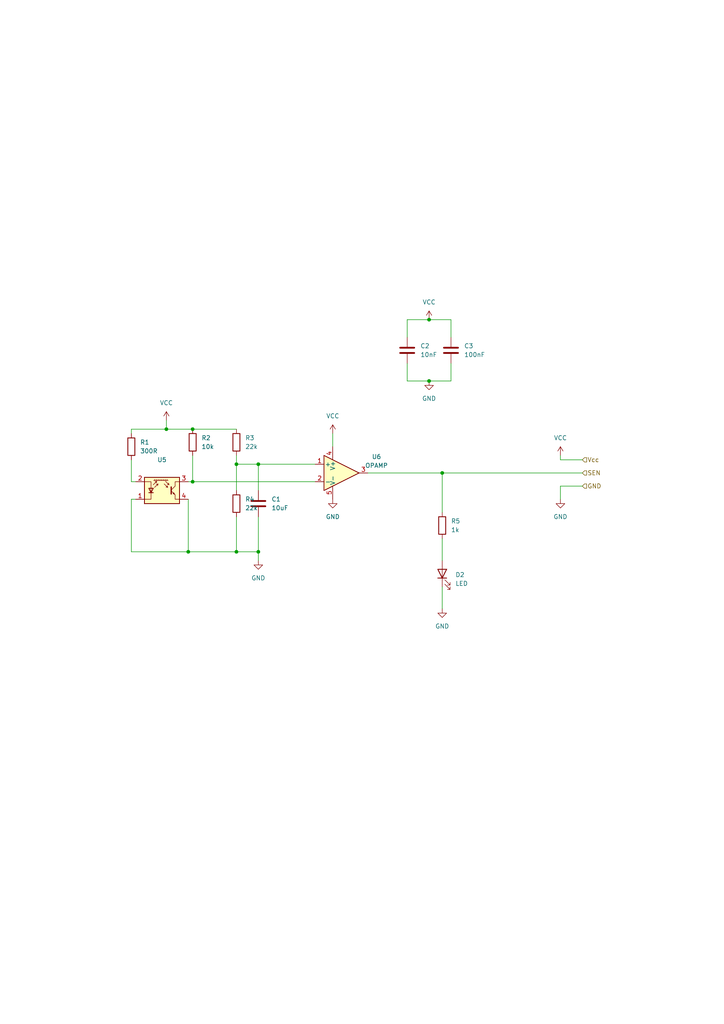
<source format=kicad_sch>
(kicad_sch (version 20211123) (generator eeschema)

  (uuid d6a2cedf-2fbb-499c-8447-57d72bb47491)

  (paper "A4" portrait)

  (title_block
    (title "Line Following Sensor")
    (date "2023-08-06")
    (rev "v1.0")
    (comment 1 "https://www.digikey.com/en/products/detail/dfrobot/SEN0017/6588488")
    (comment 2 "EEE3099F")
    (comment 3 "University of Cape Town")
    (comment 4 "Friso Vijverberg")
    (comment 5 "Obtained from:")
    (comment 6 "https://www.digikey.com/en/products/detail/dfrobot/SEN0017/6588488")
  )

  (lib_symbols
    (symbol "Device:C" (pin_numbers hide) (pin_names (offset 0.254)) (in_bom yes) (on_board yes)
      (property "Reference" "C" (id 0) (at 0.635 2.54 0)
        (effects (font (size 1.27 1.27)) (justify left))
      )
      (property "Value" "C" (id 1) (at 0.635 -2.54 0)
        (effects (font (size 1.27 1.27)) (justify left))
      )
      (property "Footprint" "" (id 2) (at 0.9652 -3.81 0)
        (effects (font (size 1.27 1.27)) hide)
      )
      (property "Datasheet" "~" (id 3) (at 0 0 0)
        (effects (font (size 1.27 1.27)) hide)
      )
      (property "ki_keywords" "cap capacitor" (id 4) (at 0 0 0)
        (effects (font (size 1.27 1.27)) hide)
      )
      (property "ki_description" "Unpolarized capacitor" (id 5) (at 0 0 0)
        (effects (font (size 1.27 1.27)) hide)
      )
      (property "ki_fp_filters" "C_*" (id 6) (at 0 0 0)
        (effects (font (size 1.27 1.27)) hide)
      )
      (symbol "C_0_1"
        (polyline
          (pts
            (xy -2.032 -0.762)
            (xy 2.032 -0.762)
          )
          (stroke (width 0.508) (type default) (color 0 0 0 0))
          (fill (type none))
        )
        (polyline
          (pts
            (xy -2.032 0.762)
            (xy 2.032 0.762)
          )
          (stroke (width 0.508) (type default) (color 0 0 0 0))
          (fill (type none))
        )
      )
      (symbol "C_1_1"
        (pin passive line (at 0 3.81 270) (length 2.794)
          (name "~" (effects (font (size 1.27 1.27))))
          (number "1" (effects (font (size 1.27 1.27))))
        )
        (pin passive line (at 0 -3.81 90) (length 2.794)
          (name "~" (effects (font (size 1.27 1.27))))
          (number "2" (effects (font (size 1.27 1.27))))
        )
      )
    )
    (symbol "Device:LED" (pin_numbers hide) (pin_names (offset 1.016) hide) (in_bom yes) (on_board yes)
      (property "Reference" "D" (id 0) (at 0 2.54 0)
        (effects (font (size 1.27 1.27)))
      )
      (property "Value" "LED" (id 1) (at 0 -2.54 0)
        (effects (font (size 1.27 1.27)))
      )
      (property "Footprint" "" (id 2) (at 0 0 0)
        (effects (font (size 1.27 1.27)) hide)
      )
      (property "Datasheet" "~" (id 3) (at 0 0 0)
        (effects (font (size 1.27 1.27)) hide)
      )
      (property "ki_keywords" "LED diode" (id 4) (at 0 0 0)
        (effects (font (size 1.27 1.27)) hide)
      )
      (property "ki_description" "Light emitting diode" (id 5) (at 0 0 0)
        (effects (font (size 1.27 1.27)) hide)
      )
      (property "ki_fp_filters" "LED* LED_SMD:* LED_THT:*" (id 6) (at 0 0 0)
        (effects (font (size 1.27 1.27)) hide)
      )
      (symbol "LED_0_1"
        (polyline
          (pts
            (xy -1.27 -1.27)
            (xy -1.27 1.27)
          )
          (stroke (width 0.254) (type default) (color 0 0 0 0))
          (fill (type none))
        )
        (polyline
          (pts
            (xy -1.27 0)
            (xy 1.27 0)
          )
          (stroke (width 0) (type default) (color 0 0 0 0))
          (fill (type none))
        )
        (polyline
          (pts
            (xy 1.27 -1.27)
            (xy 1.27 1.27)
            (xy -1.27 0)
            (xy 1.27 -1.27)
          )
          (stroke (width 0.254) (type default) (color 0 0 0 0))
          (fill (type none))
        )
        (polyline
          (pts
            (xy -3.048 -0.762)
            (xy -4.572 -2.286)
            (xy -3.81 -2.286)
            (xy -4.572 -2.286)
            (xy -4.572 -1.524)
          )
          (stroke (width 0) (type default) (color 0 0 0 0))
          (fill (type none))
        )
        (polyline
          (pts
            (xy -1.778 -0.762)
            (xy -3.302 -2.286)
            (xy -2.54 -2.286)
            (xy -3.302 -2.286)
            (xy -3.302 -1.524)
          )
          (stroke (width 0) (type default) (color 0 0 0 0))
          (fill (type none))
        )
      )
      (symbol "LED_1_1"
        (pin passive line (at -3.81 0 0) (length 2.54)
          (name "K" (effects (font (size 1.27 1.27))))
          (number "1" (effects (font (size 1.27 1.27))))
        )
        (pin passive line (at 3.81 0 180) (length 2.54)
          (name "A" (effects (font (size 1.27 1.27))))
          (number "2" (effects (font (size 1.27 1.27))))
        )
      )
    )
    (symbol "Device:R" (pin_numbers hide) (pin_names (offset 0)) (in_bom yes) (on_board yes)
      (property "Reference" "R" (id 0) (at 2.032 0 90)
        (effects (font (size 1.27 1.27)))
      )
      (property "Value" "R" (id 1) (at 0 0 90)
        (effects (font (size 1.27 1.27)))
      )
      (property "Footprint" "" (id 2) (at -1.778 0 90)
        (effects (font (size 1.27 1.27)) hide)
      )
      (property "Datasheet" "~" (id 3) (at 0 0 0)
        (effects (font (size 1.27 1.27)) hide)
      )
      (property "ki_keywords" "R res resistor" (id 4) (at 0 0 0)
        (effects (font (size 1.27 1.27)) hide)
      )
      (property "ki_description" "Resistor" (id 5) (at 0 0 0)
        (effects (font (size 1.27 1.27)) hide)
      )
      (property "ki_fp_filters" "R_*" (id 6) (at 0 0 0)
        (effects (font (size 1.27 1.27)) hide)
      )
      (symbol "R_0_1"
        (rectangle (start -1.016 -2.54) (end 1.016 2.54)
          (stroke (width 0.254) (type default) (color 0 0 0 0))
          (fill (type none))
        )
      )
      (symbol "R_1_1"
        (pin passive line (at 0 3.81 270) (length 1.27)
          (name "~" (effects (font (size 1.27 1.27))))
          (number "1" (effects (font (size 1.27 1.27))))
        )
        (pin passive line (at 0 -3.81 90) (length 1.27)
          (name "~" (effects (font (size 1.27 1.27))))
          (number "2" (effects (font (size 1.27 1.27))))
        )
      )
    )
    (symbol "Sensor_Proximity:ITR8307-S17-TR8" (pin_names (offset 0.0254) hide) (in_bom yes) (on_board yes)
      (property "Reference" "U" (id 0) (at -3.81 5.08 0)
        (effects (font (size 1.27 1.27)))
      )
      (property "Value" "ITR8307-S17-TR8" (id 1) (at 15.24 5.08 0)
        (effects (font (size 1.27 1.27)) (justify right))
      )
      (property "Footprint" "OptoDevice:Everlight_ITR1201SR10AR" (id 2) (at 0 -5.08 0)
        (effects (font (size 1.27 1.27)) hide)
      )
      (property "Datasheet" "https://datasheet.lcsc.com/szlcsc/1810010232_Everlight-Elec-ITR8307-S17-TR8-B_C81632.pdf" (id 3) (at 0 2.54 0)
        (effects (font (size 1.27 1.27)) hide)
      )
      (property "ki_keywords" "Reflective Optical Sensor Opto reflex coupler" (id 4) (at 0 0 0)
        (effects (font (size 1.27 1.27)) hide)
      )
      (property "ki_description" "Miniature Reflective Optical Object Sensor, SMD-4" (id 5) (at 0 0 0)
        (effects (font (size 1.27 1.27)) hide)
      )
      (property "ki_fp_filters" "Everlight*ITR1201SR10AR*" (id 6) (at 0 0 0)
        (effects (font (size 1.27 1.27)) hide)
      )
      (symbol "ITR8307-S17-TR8_0_1"
        (polyline
          (pts
            (xy -3.81 -0.635)
            (xy -2.54 -0.635)
          )
          (stroke (width 0.254) (type default) (color 0 0 0 0))
          (fill (type none))
        )
        (polyline
          (pts
            (xy -2.286 2.921)
            (xy -2.032 3.175)
          )
          (stroke (width 0) (type default) (color 0 0 0 0))
          (fill (type none))
        )
        (polyline
          (pts
            (xy -1.778 2.921)
            (xy -1.524 3.175)
          )
          (stroke (width 0) (type default) (color 0 0 0 0))
          (fill (type none))
        )
        (polyline
          (pts
            (xy -1.524 2.667)
            (xy -1.651 2.159)
          )
          (stroke (width 0) (type default) (color 0 0 0 0))
          (fill (type none))
        )
        (polyline
          (pts
            (xy -1.27 2.921)
            (xy -1.016 3.175)
          )
          (stroke (width 0) (type default) (color 0 0 0 0))
          (fill (type none))
        )
        (polyline
          (pts
            (xy -1.143 1.905)
            (xy -1.27 1.397)
          )
          (stroke (width 0) (type default) (color 0 0 0 0))
          (fill (type none))
        )
        (polyline
          (pts
            (xy -0.762 2.921)
            (xy -0.508 3.175)
          )
          (stroke (width 0) (type default) (color 0 0 0 0))
          (fill (type none))
        )
        (polyline
          (pts
            (xy -0.254 2.921)
            (xy 0 3.175)
          )
          (stroke (width 0) (type default) (color 0 0 0 0))
          (fill (type none))
        )
        (polyline
          (pts
            (xy 0.254 2.921)
            (xy 0.508 3.175)
          )
          (stroke (width 0) (type default) (color 0 0 0 0))
          (fill (type none))
        )
        (polyline
          (pts
            (xy 0.762 2.921)
            (xy 1.016 3.175)
          )
          (stroke (width 0) (type default) (color 0 0 0 0))
          (fill (type none))
        )
        (polyline
          (pts
            (xy 1.27 2.921)
            (xy 1.524 3.175)
          )
          (stroke (width 0) (type default) (color 0 0 0 0))
          (fill (type none))
        )
        (polyline
          (pts
            (xy 1.651 0.889)
            (xy 1.143 1.016)
          )
          (stroke (width 0) (type default) (color 0 0 0 0))
          (fill (type none))
        )
        (polyline
          (pts
            (xy 1.778 2.921)
            (xy -2.413 2.921)
          )
          (stroke (width 0) (type default) (color 0 0 0 0))
          (fill (type none))
        )
        (polyline
          (pts
            (xy 2.032 1.651)
            (xy 1.524 1.778)
          )
          (stroke (width 0) (type default) (color 0 0 0 0))
          (fill (type none))
        )
        (polyline
          (pts
            (xy 2.667 -0.127)
            (xy 3.81 -1.27)
          )
          (stroke (width 0) (type default) (color 0 0 0 0))
          (fill (type none))
        )
        (polyline
          (pts
            (xy 2.667 0.127)
            (xy 3.81 1.27)
          )
          (stroke (width 0) (type default) (color 0 0 0 0))
          (fill (type none))
        )
        (polyline
          (pts
            (xy -2.54 1.651)
            (xy -1.524 2.667)
            (xy -2.032 2.54)
          )
          (stroke (width 0) (type default) (color 0 0 0 0))
          (fill (type none))
        )
        (polyline
          (pts
            (xy -2.159 0.889)
            (xy -1.143 1.905)
            (xy -1.651 1.778)
          )
          (stroke (width 0) (type default) (color 0 0 0 0))
          (fill (type none))
        )
        (polyline
          (pts
            (xy 0.635 1.905)
            (xy 1.651 0.889)
            (xy 1.524 1.397)
          )
          (stroke (width 0) (type default) (color 0 0 0 0))
          (fill (type none))
        )
        (polyline
          (pts
            (xy 1.016 2.667)
            (xy 2.032 1.651)
            (xy 1.905 2.159)
          )
          (stroke (width 0) (type default) (color 0 0 0 0))
          (fill (type none))
        )
        (polyline
          (pts
            (xy 2.667 1.016)
            (xy 2.667 -1.016)
            (xy 2.667 -1.016)
          )
          (stroke (width 0.3556) (type default) (color 0 0 0 0))
          (fill (type none))
        )
        (polyline
          (pts
            (xy 3.81 -1.27)
            (xy 3.81 -2.54)
            (xy 5.08 -2.54)
          )
          (stroke (width 0) (type default) (color 0 0 0 0))
          (fill (type none))
        )
        (polyline
          (pts
            (xy 3.81 1.27)
            (xy 3.81 2.54)
            (xy 5.08 2.54)
          )
          (stroke (width 0) (type default) (color 0 0 0 0))
          (fill (type none))
        )
        (polyline
          (pts
            (xy -5.08 -2.54)
            (xy -3.175 -2.54)
            (xy -3.175 2.54)
            (xy -5.08 2.54)
          )
          (stroke (width 0) (type default) (color 0 0 0 0))
          (fill (type none))
        )
        (polyline
          (pts
            (xy -3.175 -0.635)
            (xy -3.81 0.635)
            (xy -2.54 0.635)
            (xy -3.175 -0.635)
          )
          (stroke (width 0.254) (type default) (color 0 0 0 0))
          (fill (type none))
        )
        (polyline
          (pts
            (xy 3.683 -1.143)
            (xy 3.429 -0.635)
            (xy 3.175 -0.889)
            (xy 3.683 -1.143)
          )
          (stroke (width 0) (type default) (color 0 0 0 0))
          (fill (type none))
        )
        (polyline
          (pts
            (xy -5.08 -3.81)
            (xy 5.08 -3.81)
            (xy 5.08 3.81)
            (xy -5.08 3.81)
            (xy -5.08 -3.81)
          )
          (stroke (width 0.254) (type default) (color 0 0 0 0))
          (fill (type background))
        )
      )
      (symbol "ITR8307-S17-TR8_1_1"
        (pin passive line (at -7.62 -2.54 0) (length 2.54)
          (name "K" (effects (font (size 1.27 1.27))))
          (number "1" (effects (font (size 1.27 1.27))))
        )
        (pin passive line (at -7.62 2.54 0) (length 2.54)
          (name "A" (effects (font (size 1.27 1.27))))
          (number "2" (effects (font (size 1.27 1.27))))
        )
        (pin open_collector line (at 7.62 2.54 180) (length 2.54)
          (name "~" (effects (font (size 1.27 1.27))))
          (number "3" (effects (font (size 1.27 1.27))))
        )
        (pin open_emitter line (at 7.62 -2.54 180) (length 2.54)
          (name "~" (effects (font (size 1.27 1.27))))
          (number "4" (effects (font (size 1.27 1.27))))
        )
      )
    )
    (symbol "power:GND" (power) (pin_names (offset 0)) (in_bom yes) (on_board yes)
      (property "Reference" "#PWR" (id 0) (at 0 -6.35 0)
        (effects (font (size 1.27 1.27)) hide)
      )
      (property "Value" "GND" (id 1) (at 0 -3.81 0)
        (effects (font (size 1.27 1.27)))
      )
      (property "Footprint" "" (id 2) (at 0 0 0)
        (effects (font (size 1.27 1.27)) hide)
      )
      (property "Datasheet" "" (id 3) (at 0 0 0)
        (effects (font (size 1.27 1.27)) hide)
      )
      (property "ki_keywords" "power-flag" (id 4) (at 0 0 0)
        (effects (font (size 1.27 1.27)) hide)
      )
      (property "ki_description" "Power symbol creates a global label with name \"GND\" , ground" (id 5) (at 0 0 0)
        (effects (font (size 1.27 1.27)) hide)
      )
      (symbol "GND_0_1"
        (polyline
          (pts
            (xy 0 0)
            (xy 0 -1.27)
            (xy 1.27 -1.27)
            (xy 0 -2.54)
            (xy -1.27 -1.27)
            (xy 0 -1.27)
          )
          (stroke (width 0) (type default) (color 0 0 0 0))
          (fill (type none))
        )
      )
      (symbol "GND_1_1"
        (pin power_in line (at 0 0 270) (length 0) hide
          (name "GND" (effects (font (size 1.27 1.27))))
          (number "1" (effects (font (size 1.27 1.27))))
        )
      )
    )
    (symbol "power:VCC" (power) (pin_names (offset 0)) (in_bom yes) (on_board yes)
      (property "Reference" "#PWR" (id 0) (at 0 -3.81 0)
        (effects (font (size 1.27 1.27)) hide)
      )
      (property "Value" "VCC" (id 1) (at 0 3.81 0)
        (effects (font (size 1.27 1.27)))
      )
      (property "Footprint" "" (id 2) (at 0 0 0)
        (effects (font (size 1.27 1.27)) hide)
      )
      (property "Datasheet" "" (id 3) (at 0 0 0)
        (effects (font (size 1.27 1.27)) hide)
      )
      (property "ki_keywords" "power-flag" (id 4) (at 0 0 0)
        (effects (font (size 1.27 1.27)) hide)
      )
      (property "ki_description" "Power symbol creates a global label with name \"VCC\"" (id 5) (at 0 0 0)
        (effects (font (size 1.27 1.27)) hide)
      )
      (symbol "VCC_0_1"
        (polyline
          (pts
            (xy -0.762 1.27)
            (xy 0 2.54)
          )
          (stroke (width 0) (type default) (color 0 0 0 0))
          (fill (type none))
        )
        (polyline
          (pts
            (xy 0 0)
            (xy 0 2.54)
          )
          (stroke (width 0) (type default) (color 0 0 0 0))
          (fill (type none))
        )
        (polyline
          (pts
            (xy 0 2.54)
            (xy 0.762 1.27)
          )
          (stroke (width 0) (type default) (color 0 0 0 0))
          (fill (type none))
        )
      )
      (symbol "VCC_1_1"
        (pin power_in line (at 0 0 90) (length 0) hide
          (name "VCC" (effects (font (size 1.27 1.27))))
          (number "1" (effects (font (size 1.27 1.27))))
        )
      )
    )
    (symbol "pspice:OPAMP" (pin_names (offset 0.254)) (in_bom yes) (on_board yes)
      (property "Reference" "U" (id 0) (at 3.81 3.175 0)
        (effects (font (size 1.27 1.27)) (justify left))
      )
      (property "Value" "OPAMP" (id 1) (at 3.81 -3.175 0)
        (effects (font (size 1.27 1.27)) (justify left))
      )
      (property "Footprint" "" (id 2) (at 0 0 0)
        (effects (font (size 1.27 1.27)) hide)
      )
      (property "Datasheet" "~" (id 3) (at 0 0 0)
        (effects (font (size 1.27 1.27)) hide)
      )
      (property "ki_keywords" "simulation" (id 4) (at 0 0 0)
        (effects (font (size 1.27 1.27)) hide)
      )
      (property "ki_description" "OPAmp symbol for simulation only" (id 5) (at 0 0 0)
        (effects (font (size 1.27 1.27)) hide)
      )
      (symbol "OPAMP_0_1"
        (polyline
          (pts
            (xy 5.08 0)
            (xy -5.08 5.08)
            (xy -5.08 -5.08)
            (xy 5.08 0)
          )
          (stroke (width 0.254) (type default) (color 0 0 0 0))
          (fill (type background))
        )
      )
      (symbol "OPAMP_1_1"
        (pin input line (at -7.62 2.54 0) (length 2.54)
          (name "+" (effects (font (size 1.27 1.27))))
          (number "1" (effects (font (size 1.27 1.27))))
        )
        (pin input line (at -7.62 -2.54 0) (length 2.54)
          (name "-" (effects (font (size 1.27 1.27))))
          (number "2" (effects (font (size 1.27 1.27))))
        )
        (pin output line (at 7.62 0 180) (length 2.54)
          (name "~" (effects (font (size 1.27 1.27))))
          (number "3" (effects (font (size 1.27 1.27))))
        )
        (pin power_in line (at -2.54 7.62 270) (length 3.81)
          (name "V+" (effects (font (size 1.27 1.27))))
          (number "4" (effects (font (size 1.27 1.27))))
        )
        (pin power_in line (at -2.54 -7.62 90) (length 3.81)
          (name "V-" (effects (font (size 1.27 1.27))))
          (number "5" (effects (font (size 1.27 1.27))))
        )
      )
    )
  )

  (junction (at 128.27 137.16) (diameter 0) (color 0 0 0 0)
    (uuid 3048860f-f26a-43c0-bdbb-1e54922b8668)
  )
  (junction (at 68.58 160.02) (diameter 0) (color 0 0 0 0)
    (uuid 3b15811a-e704-4865-8875-385548e9cce8)
  )
  (junction (at 68.58 134.62) (diameter 0) (color 0 0 0 0)
    (uuid 6926c4c6-8a35-4372-aabc-0843975e5fba)
  )
  (junction (at 74.93 160.02) (diameter 0) (color 0 0 0 0)
    (uuid 7d36fd60-47a0-4b8a-8469-dd062a826f9e)
  )
  (junction (at 54.61 160.02) (diameter 0) (color 0 0 0 0)
    (uuid a6171399-b821-4474-b372-83d8540d5f29)
  )
  (junction (at 74.93 134.62) (diameter 0) (color 0 0 0 0)
    (uuid befdb20e-f05e-4f9f-990e-ee430de1d372)
  )
  (junction (at 124.46 110.49) (diameter 0) (color 0 0 0 0)
    (uuid c441a42b-2550-4da0-8910-3b7a5b7eea16)
  )
  (junction (at 48.26 124.46) (diameter 0) (color 0 0 0 0)
    (uuid e7828afd-b26a-48de-84ee-ca339f39c395)
  )
  (junction (at 55.88 139.7) (diameter 0) (color 0 0 0 0)
    (uuid ecff78de-bfd0-4bd2-ae08-13eb43e811f7)
  )
  (junction (at 124.46 92.71) (diameter 0) (color 0 0 0 0)
    (uuid f00108a8-c178-4dd1-a3b7-d67a1d7c0cb5)
  )
  (junction (at 55.88 124.46) (diameter 0) (color 0 0 0 0)
    (uuid ff05213d-360b-4962-8e55-a7bb4efcf762)
  )

  (wire (pts (xy 68.58 132.08) (xy 68.58 134.62))
    (stroke (width 0) (type default) (color 0 0 0 0))
    (uuid 0f1b2225-4676-4b4b-af82-000300da98f6)
  )
  (wire (pts (xy 128.27 137.16) (xy 168.91 137.16))
    (stroke (width 0) (type default) (color 0 0 0 0))
    (uuid 0f9b287f-40f4-4146-8d78-27a725edd2cf)
  )
  (wire (pts (xy 130.81 105.41) (xy 130.81 110.49))
    (stroke (width 0) (type default) (color 0 0 0 0))
    (uuid 20d2a2f4-4ba9-4bc8-839f-66259d62c12a)
  )
  (wire (pts (xy 55.88 139.7) (xy 91.44 139.7))
    (stroke (width 0) (type default) (color 0 0 0 0))
    (uuid 24024d52-1ad7-4209-8cf6-67a606df6db8)
  )
  (wire (pts (xy 68.58 134.62) (xy 68.58 142.24))
    (stroke (width 0) (type default) (color 0 0 0 0))
    (uuid 285b2eab-b3a8-4b94-a40e-a97b1d06c0a0)
  )
  (wire (pts (xy 68.58 160.02) (xy 74.93 160.02))
    (stroke (width 0) (type default) (color 0 0 0 0))
    (uuid 2927cc80-c42d-4c05-9034-725801a4a728)
  )
  (wire (pts (xy 74.93 149.86) (xy 74.93 160.02))
    (stroke (width 0) (type default) (color 0 0 0 0))
    (uuid 2c81ce53-b1e1-444a-8d5a-d5e921215680)
  )
  (wire (pts (xy 38.1 144.78) (xy 38.1 160.02))
    (stroke (width 0) (type default) (color 0 0 0 0))
    (uuid 3fca662d-6cea-454a-a80d-998baff6c132)
  )
  (wire (pts (xy 54.61 160.02) (xy 68.58 160.02))
    (stroke (width 0) (type default) (color 0 0 0 0))
    (uuid 4207d570-f921-41df-8b54-0909c84a68ab)
  )
  (wire (pts (xy 38.1 160.02) (xy 54.61 160.02))
    (stroke (width 0) (type default) (color 0 0 0 0))
    (uuid 46769cd7-4de2-43cf-9a26-961d67623ed9)
  )
  (wire (pts (xy 128.27 137.16) (xy 106.68 137.16))
    (stroke (width 0) (type default) (color 0 0 0 0))
    (uuid 46ff9973-596f-4e91-b940-7d30911e0b42)
  )
  (wire (pts (xy 162.56 132.08) (xy 162.56 133.35))
    (stroke (width 0) (type default) (color 0 0 0 0))
    (uuid 4e4a09d5-b10f-4fcc-b035-a1288af5d0e3)
  )
  (wire (pts (xy 54.61 144.78) (xy 54.61 160.02))
    (stroke (width 0) (type default) (color 0 0 0 0))
    (uuid 5addc516-2488-4ad0-a1e8-6fd3a1dd3d26)
  )
  (wire (pts (xy 130.81 92.71) (xy 124.46 92.71))
    (stroke (width 0) (type default) (color 0 0 0 0))
    (uuid 6460f444-cba4-4b78-827d-a46f4e1a0425)
  )
  (wire (pts (xy 96.52 125.73) (xy 96.52 129.54))
    (stroke (width 0) (type default) (color 0 0 0 0))
    (uuid 65cfa3bf-4f20-4966-8216-5b4ff1884e16)
  )
  (wire (pts (xy 74.93 134.62) (xy 74.93 142.24))
    (stroke (width 0) (type default) (color 0 0 0 0))
    (uuid 6fcac524-ef2c-4d16-b076-1d2ff913df15)
  )
  (wire (pts (xy 118.11 110.49) (xy 124.46 110.49))
    (stroke (width 0) (type default) (color 0 0 0 0))
    (uuid 83509d05-682c-4309-b8f6-471a146e31bb)
  )
  (wire (pts (xy 74.93 134.62) (xy 91.44 134.62))
    (stroke (width 0) (type default) (color 0 0 0 0))
    (uuid 89ac045e-b5c4-4626-8976-f50fe59c6aec)
  )
  (wire (pts (xy 162.56 140.97) (xy 168.91 140.97))
    (stroke (width 0) (type default) (color 0 0 0 0))
    (uuid 89acc3a6-917d-4592-9ecf-0e6b083db305)
  )
  (wire (pts (xy 130.81 110.49) (xy 124.46 110.49))
    (stroke (width 0) (type default) (color 0 0 0 0))
    (uuid 948719fe-142f-412c-8e6f-f61c6262d4ab)
  )
  (wire (pts (xy 128.27 156.21) (xy 128.27 162.56))
    (stroke (width 0) (type default) (color 0 0 0 0))
    (uuid 998a4058-9afd-4c1e-90f0-c666d80e0e8a)
  )
  (wire (pts (xy 130.81 97.79) (xy 130.81 92.71))
    (stroke (width 0) (type default) (color 0 0 0 0))
    (uuid 9a55aef0-549c-4e22-be88-61bd452cbc09)
  )
  (wire (pts (xy 39.37 144.78) (xy 38.1 144.78))
    (stroke (width 0) (type default) (color 0 0 0 0))
    (uuid a690230d-0b8e-4f08-9a38-d322fa1d055a)
  )
  (wire (pts (xy 55.88 132.08) (xy 55.88 139.7))
    (stroke (width 0) (type default) (color 0 0 0 0))
    (uuid a84e6812-b4a3-4753-a4f4-6655d2a537c3)
  )
  (wire (pts (xy 55.88 124.46) (xy 68.58 124.46))
    (stroke (width 0) (type default) (color 0 0 0 0))
    (uuid ad0d5f7f-3969-4f99-8b02-beb60cee2989)
  )
  (wire (pts (xy 48.26 121.92) (xy 48.26 124.46))
    (stroke (width 0) (type default) (color 0 0 0 0))
    (uuid ae717a8e-c3f0-4520-985f-b44b44716f78)
  )
  (wire (pts (xy 38.1 124.46) (xy 48.26 124.46))
    (stroke (width 0) (type default) (color 0 0 0 0))
    (uuid b7fd568a-c261-468a-a85d-70fc075ca214)
  )
  (wire (pts (xy 118.11 92.71) (xy 124.46 92.71))
    (stroke (width 0) (type default) (color 0 0 0 0))
    (uuid b8acbf37-40e2-438a-bf1e-22cc74aee5ef)
  )
  (wire (pts (xy 128.27 170.18) (xy 128.27 176.53))
    (stroke (width 0) (type default) (color 0 0 0 0))
    (uuid b960779a-5c7a-40be-8040-569e5d5df6e7)
  )
  (wire (pts (xy 68.58 149.86) (xy 68.58 160.02))
    (stroke (width 0) (type default) (color 0 0 0 0))
    (uuid c19cf640-48f5-4d4b-8ac3-16669eef56bf)
  )
  (wire (pts (xy 38.1 125.73) (xy 38.1 124.46))
    (stroke (width 0) (type default) (color 0 0 0 0))
    (uuid c95ec07f-f52a-40f9-a364-131d36141d31)
  )
  (wire (pts (xy 48.26 124.46) (xy 55.88 124.46))
    (stroke (width 0) (type default) (color 0 0 0 0))
    (uuid d0be74aa-12fb-4af0-8493-3e42ab42a22f)
  )
  (wire (pts (xy 162.56 133.35) (xy 168.91 133.35))
    (stroke (width 0) (type default) (color 0 0 0 0))
    (uuid d53d6525-ab65-4ff6-8495-9f0f0c9a54c7)
  )
  (wire (pts (xy 128.27 148.59) (xy 128.27 137.16))
    (stroke (width 0) (type default) (color 0 0 0 0))
    (uuid d9731b17-fe3a-4327-b35a-25547bc9bf83)
  )
  (wire (pts (xy 38.1 139.7) (xy 39.37 139.7))
    (stroke (width 0) (type default) (color 0 0 0 0))
    (uuid dad14454-c359-4fdb-99e9-5ef75d9e991f)
  )
  (wire (pts (xy 162.56 144.78) (xy 162.56 140.97))
    (stroke (width 0) (type default) (color 0 0 0 0))
    (uuid e0276136-571c-4bd1-a863-bf0c29651534)
  )
  (wire (pts (xy 118.11 97.79) (xy 118.11 92.71))
    (stroke (width 0) (type default) (color 0 0 0 0))
    (uuid e3938cba-9f87-4502-a523-6e55426cd7d8)
  )
  (wire (pts (xy 68.58 134.62) (xy 74.93 134.62))
    (stroke (width 0) (type default) (color 0 0 0 0))
    (uuid e5c4030d-52dc-4ee5-8110-487885c84a77)
  )
  (wire (pts (xy 74.93 160.02) (xy 74.93 162.56))
    (stroke (width 0) (type default) (color 0 0 0 0))
    (uuid effb0a53-a82f-46d7-888c-58b4f3ab5921)
  )
  (wire (pts (xy 38.1 133.35) (xy 38.1 139.7))
    (stroke (width 0) (type default) (color 0 0 0 0))
    (uuid f1335021-dabd-4ebe-ba54-1d44f9d77a66)
  )
  (wire (pts (xy 118.11 105.41) (xy 118.11 110.49))
    (stroke (width 0) (type default) (color 0 0 0 0))
    (uuid f77adc26-9b39-4bd1-adea-55ae70999f70)
  )
  (wire (pts (xy 55.88 139.7) (xy 54.61 139.7))
    (stroke (width 0) (type default) (color 0 0 0 0))
    (uuid f8741a3b-d536-462e-88bf-229b13b29950)
  )

  (hierarchical_label "GND" (shape input) (at 168.91 140.97 0)
    (effects (font (size 1.27 1.27)) (justify left))
    (uuid 6b83d49f-722e-4462-88e2-ab6f75cfb29d)
  )
  (hierarchical_label "SEN" (shape input) (at 168.91 137.16 0)
    (effects (font (size 1.27 1.27)) (justify left))
    (uuid b1c89d75-5568-4c66-afa5-c2cc77503d97)
  )
  (hierarchical_label "Vcc" (shape input) (at 168.91 133.35 0)
    (effects (font (size 1.27 1.27)) (justify left))
    (uuid bc910fca-46e1-4dff-9f1d-fb275c154cb9)
  )

  (symbol (lib_id "power:GND") (at 124.46 110.49 0) (unit 1)
    (in_bom yes) (on_board yes) (fields_autoplaced)
    (uuid 142a3211-7100-40bf-a3ca-5fb02a2b6dfc)
    (property "Reference" "#PWR012" (id 0) (at 124.46 116.84 0)
      (effects (font (size 1.27 1.27)) hide)
    )
    (property "Value" "GND" (id 1) (at 124.46 115.57 0))
    (property "Footprint" "" (id 2) (at 124.46 110.49 0)
      (effects (font (size 1.27 1.27)) hide)
    )
    (property "Datasheet" "" (id 3) (at 124.46 110.49 0)
      (effects (font (size 1.27 1.27)) hide)
    )
    (pin "1" (uuid 4cc772b0-0202-472e-8a74-92e052cb4a87))
  )

  (symbol (lib_id "Sensor_Proximity:ITR8307-S17-TR8") (at 46.99 142.24 0) (unit 1)
    (in_bom yes) (on_board yes) (fields_autoplaced)
    (uuid 15f02098-6314-4b05-87f6-809030e4b746)
    (property "Reference" "U5" (id 0) (at 46.99 133.35 0))
    (property "Value" "ITR8307-S17-TR8" (id 1) (at 46.99 135.89 0)
      (effects (font (size 1.27 1.27)) hide)
    )
    (property "Footprint" "OptoDevice:Everlight_ITR1201SR10AR" (id 2) (at 46.99 147.32 0)
      (effects (font (size 1.27 1.27)) hide)
    )
    (property "Datasheet" "https://datasheet.lcsc.com/szlcsc/1810010232_Everlight-Elec-ITR8307-S17-TR8-B_C81632.pdf" (id 3) (at 46.99 139.7 0)
      (effects (font (size 1.27 1.27)) hide)
    )
    (pin "1" (uuid 0cb84390-571e-4d92-a103-11942888310d))
    (pin "2" (uuid 532ac912-cf1c-4de0-86ae-7882a48ad4ce))
    (pin "3" (uuid 9641efd4-e7f6-45f5-adcc-cc270de47d86))
    (pin "4" (uuid 432059eb-5988-4b50-8ece-84aed0e5e48b))
  )

  (symbol (lib_id "power:VCC") (at 96.52 125.73 0) (unit 1)
    (in_bom yes) (on_board yes) (fields_autoplaced)
    (uuid 31eadc3d-f43d-468a-ac8a-2d26f19a56ef)
    (property "Reference" "#PWR09" (id 0) (at 96.52 129.54 0)
      (effects (font (size 1.27 1.27)) hide)
    )
    (property "Value" "VCC" (id 1) (at 96.52 120.65 0))
    (property "Footprint" "" (id 2) (at 96.52 125.73 0)
      (effects (font (size 1.27 1.27)) hide)
    )
    (property "Datasheet" "" (id 3) (at 96.52 125.73 0)
      (effects (font (size 1.27 1.27)) hide)
    )
    (pin "1" (uuid 917de042-cab2-4c30-8900-c4bb99efbfd4))
  )

  (symbol (lib_id "power:GND") (at 74.93 162.56 0) (unit 1)
    (in_bom yes) (on_board yes) (fields_autoplaced)
    (uuid 3794a71a-ae8f-40ad-9792-43bb8725e878)
    (property "Reference" "#PWR08" (id 0) (at 74.93 168.91 0)
      (effects (font (size 1.27 1.27)) hide)
    )
    (property "Value" "GND" (id 1) (at 74.93 167.64 0))
    (property "Footprint" "" (id 2) (at 74.93 162.56 0)
      (effects (font (size 1.27 1.27)) hide)
    )
    (property "Datasheet" "" (id 3) (at 74.93 162.56 0)
      (effects (font (size 1.27 1.27)) hide)
    )
    (pin "1" (uuid 946bba7c-655d-46cf-8de9-5268bd23038e))
  )

  (symbol (lib_id "power:VCC") (at 162.56 132.08 0) (unit 1)
    (in_bom yes) (on_board yes) (fields_autoplaced)
    (uuid 391c6d1c-4e0a-4735-a936-44ecd10a68de)
    (property "Reference" "#PWR014" (id 0) (at 162.56 135.89 0)
      (effects (font (size 1.27 1.27)) hide)
    )
    (property "Value" "VCC" (id 1) (at 162.56 127 0))
    (property "Footprint" "" (id 2) (at 162.56 132.08 0)
      (effects (font (size 1.27 1.27)) hide)
    )
    (property "Datasheet" "" (id 3) (at 162.56 132.08 0)
      (effects (font (size 1.27 1.27)) hide)
    )
    (pin "1" (uuid f403eaf3-9298-4174-88d9-786764d1f7a8))
  )

  (symbol (lib_id "pspice:OPAMP") (at 99.06 137.16 0) (unit 1)
    (in_bom yes) (on_board yes) (fields_autoplaced)
    (uuid 3cef55cd-800a-4525-bfb7-1c283e0c97c4)
    (property "Reference" "U6" (id 0) (at 109.22 132.461 0))
    (property "Value" "OPAMP" (id 1) (at 109.22 135.001 0))
    (property "Footprint" "" (id 2) (at 99.06 137.16 0)
      (effects (font (size 1.27 1.27)) hide)
    )
    (property "Datasheet" "~" (id 3) (at 99.06 137.16 0)
      (effects (font (size 1.27 1.27)) hide)
    )
    (pin "1" (uuid dc838ea0-d28d-44a8-8fa5-71cd4fc06305))
    (pin "2" (uuid b127477b-1937-4b9f-a387-07b9487098ab))
    (pin "3" (uuid b4e936d2-d2b5-4d84-9a0f-6660776f4ca8))
    (pin "4" (uuid ff92c563-a4ad-415d-acb8-d8fb4d742a13))
    (pin "5" (uuid 86131483-aa86-46d2-ae0e-ba5a4c8b490a))
  )

  (symbol (lib_id "power:VCC") (at 48.26 121.92 0) (unit 1)
    (in_bom yes) (on_board yes) (fields_autoplaced)
    (uuid 4a46f766-716f-423b-a9b5-60f37e2a010f)
    (property "Reference" "#PWR07" (id 0) (at 48.26 125.73 0)
      (effects (font (size 1.27 1.27)) hide)
    )
    (property "Value" "VCC" (id 1) (at 48.26 116.84 0))
    (property "Footprint" "" (id 2) (at 48.26 121.92 0)
      (effects (font (size 1.27 1.27)) hide)
    )
    (property "Datasheet" "" (id 3) (at 48.26 121.92 0)
      (effects (font (size 1.27 1.27)) hide)
    )
    (pin "1" (uuid 85912068-9892-4a29-b3f6-2ed539f07640))
  )

  (symbol (lib_id "Device:R") (at 128.27 152.4 0) (unit 1)
    (in_bom yes) (on_board yes) (fields_autoplaced)
    (uuid 4e2a56e7-c11d-4485-9a68-f6279836b870)
    (property "Reference" "R5" (id 0) (at 130.81 151.1299 0)
      (effects (font (size 1.27 1.27)) (justify left))
    )
    (property "Value" "1k" (id 1) (at 130.81 153.6699 0)
      (effects (font (size 1.27 1.27)) (justify left))
    )
    (property "Footprint" "" (id 2) (at 126.492 152.4 90)
      (effects (font (size 1.27 1.27)) hide)
    )
    (property "Datasheet" "~" (id 3) (at 128.27 152.4 0)
      (effects (font (size 1.27 1.27)) hide)
    )
    (pin "1" (uuid 3008519a-1825-47fd-8efb-ff845083f80d))
    (pin "2" (uuid 68039780-fe0b-44e8-9ffe-38deb635ee09))
  )

  (symbol (lib_id "power:VCC") (at 124.46 92.71 0) (unit 1)
    (in_bom yes) (on_board yes) (fields_autoplaced)
    (uuid 522b38f7-c9fb-4a08-bcf6-f647f5f1e3dd)
    (property "Reference" "#PWR011" (id 0) (at 124.46 96.52 0)
      (effects (font (size 1.27 1.27)) hide)
    )
    (property "Value" "VCC" (id 1) (at 124.46 87.63 0))
    (property "Footprint" "" (id 2) (at 124.46 92.71 0)
      (effects (font (size 1.27 1.27)) hide)
    )
    (property "Datasheet" "" (id 3) (at 124.46 92.71 0)
      (effects (font (size 1.27 1.27)) hide)
    )
    (pin "1" (uuid e117bf57-67e9-419c-86fd-cd4c65f3f82f))
  )

  (symbol (lib_id "Device:R") (at 38.1 129.54 0) (unit 1)
    (in_bom yes) (on_board yes) (fields_autoplaced)
    (uuid 57283e00-13a5-47f7-aa0e-5bc5682c8832)
    (property "Reference" "R1" (id 0) (at 40.64 128.2699 0)
      (effects (font (size 1.27 1.27)) (justify left))
    )
    (property "Value" "300R" (id 1) (at 40.64 130.8099 0)
      (effects (font (size 1.27 1.27)) (justify left))
    )
    (property "Footprint" "" (id 2) (at 36.322 129.54 90)
      (effects (font (size 1.27 1.27)) hide)
    )
    (property "Datasheet" "~" (id 3) (at 38.1 129.54 0)
      (effects (font (size 1.27 1.27)) hide)
    )
    (pin "1" (uuid 85996636-5654-4411-9325-7516103e0bfa))
    (pin "2" (uuid d6091628-4cd4-43e9-9915-ed004dd34b0b))
  )

  (symbol (lib_id "power:GND") (at 96.52 144.78 0) (unit 1)
    (in_bom yes) (on_board yes) (fields_autoplaced)
    (uuid 6d31890d-56fb-450b-acb7-9aeade3a762c)
    (property "Reference" "#PWR010" (id 0) (at 96.52 151.13 0)
      (effects (font (size 1.27 1.27)) hide)
    )
    (property "Value" "GND" (id 1) (at 96.52 149.86 0))
    (property "Footprint" "" (id 2) (at 96.52 144.78 0)
      (effects (font (size 1.27 1.27)) hide)
    )
    (property "Datasheet" "" (id 3) (at 96.52 144.78 0)
      (effects (font (size 1.27 1.27)) hide)
    )
    (pin "1" (uuid fcd04de9-f49d-41f0-b32d-2eb9f4830927))
  )

  (symbol (lib_id "Device:LED") (at 128.27 166.37 90) (unit 1)
    (in_bom yes) (on_board yes) (fields_autoplaced)
    (uuid 782db6f6-e6eb-4f8b-8f3d-5db213e64795)
    (property "Reference" "D2" (id 0) (at 132.08 166.6874 90)
      (effects (font (size 1.27 1.27)) (justify right))
    )
    (property "Value" "LED" (id 1) (at 132.08 169.2274 90)
      (effects (font (size 1.27 1.27)) (justify right))
    )
    (property "Footprint" "" (id 2) (at 128.27 166.37 0)
      (effects (font (size 1.27 1.27)) hide)
    )
    (property "Datasheet" "~" (id 3) (at 128.27 166.37 0)
      (effects (font (size 1.27 1.27)) hide)
    )
    (pin "1" (uuid e3c2c6ca-b1c6-4cfb-9156-41db06d70f3e))
    (pin "2" (uuid d98f29d9-6e69-40bb-ad41-11d319d85e21))
  )

  (symbol (lib_id "Device:R") (at 55.88 128.27 0) (unit 1)
    (in_bom yes) (on_board yes) (fields_autoplaced)
    (uuid 9a504f0d-1bd5-40d6-aee3-c8778ed3ce92)
    (property "Reference" "R2" (id 0) (at 58.42 126.9999 0)
      (effects (font (size 1.27 1.27)) (justify left))
    )
    (property "Value" "10k" (id 1) (at 58.42 129.5399 0)
      (effects (font (size 1.27 1.27)) (justify left))
    )
    (property "Footprint" "" (id 2) (at 54.102 128.27 90)
      (effects (font (size 1.27 1.27)) hide)
    )
    (property "Datasheet" "~" (id 3) (at 55.88 128.27 0)
      (effects (font (size 1.27 1.27)) hide)
    )
    (pin "1" (uuid d4c35145-f1d0-48e8-905e-f076ffc32fc5))
    (pin "2" (uuid e321c0b1-2be3-4ddf-a4d0-8a2ba2882831))
  )

  (symbol (lib_id "Device:C") (at 130.81 101.6 0) (unit 1)
    (in_bom yes) (on_board yes) (fields_autoplaced)
    (uuid a55111d4-9cf7-4815-bc34-9c9dbfeefdab)
    (property "Reference" "C3" (id 0) (at 134.62 100.3299 0)
      (effects (font (size 1.27 1.27)) (justify left))
    )
    (property "Value" "100nF" (id 1) (at 134.62 102.8699 0)
      (effects (font (size 1.27 1.27)) (justify left))
    )
    (property "Footprint" "" (id 2) (at 131.7752 105.41 0)
      (effects (font (size 1.27 1.27)) hide)
    )
    (property "Datasheet" "~" (id 3) (at 130.81 101.6 0)
      (effects (font (size 1.27 1.27)) hide)
    )
    (pin "1" (uuid d9fafa95-0723-4910-a8d6-c348b278b9b3))
    (pin "2" (uuid 35dab51a-22a8-4fce-917e-486ff5df9df9))
  )

  (symbol (lib_id "power:GND") (at 128.27 176.53 0) (unit 1)
    (in_bom yes) (on_board yes) (fields_autoplaced)
    (uuid af00e9e1-6c2b-4131-897f-994218ba7d7c)
    (property "Reference" "#PWR013" (id 0) (at 128.27 182.88 0)
      (effects (font (size 1.27 1.27)) hide)
    )
    (property "Value" "GND" (id 1) (at 128.27 181.61 0))
    (property "Footprint" "" (id 2) (at 128.27 176.53 0)
      (effects (font (size 1.27 1.27)) hide)
    )
    (property "Datasheet" "" (id 3) (at 128.27 176.53 0)
      (effects (font (size 1.27 1.27)) hide)
    )
    (pin "1" (uuid 2e6b34dc-78ca-430f-87af-bc8d157c413d))
  )

  (symbol (lib_id "Device:C") (at 118.11 101.6 0) (unit 1)
    (in_bom yes) (on_board yes) (fields_autoplaced)
    (uuid b0f7a95b-ceac-4462-89fe-45cf27205ba3)
    (property "Reference" "C2" (id 0) (at 121.92 100.3299 0)
      (effects (font (size 1.27 1.27)) (justify left))
    )
    (property "Value" "10nF" (id 1) (at 121.92 102.8699 0)
      (effects (font (size 1.27 1.27)) (justify left))
    )
    (property "Footprint" "" (id 2) (at 119.0752 105.41 0)
      (effects (font (size 1.27 1.27)) hide)
    )
    (property "Datasheet" "~" (id 3) (at 118.11 101.6 0)
      (effects (font (size 1.27 1.27)) hide)
    )
    (pin "1" (uuid 860d4f23-d522-4bf3-a0be-b788b9622ef2))
    (pin "2" (uuid a829f4fd-d2f4-4169-a649-39c326964e98))
  )

  (symbol (lib_id "power:GND") (at 162.56 144.78 0) (unit 1)
    (in_bom yes) (on_board yes) (fields_autoplaced)
    (uuid c030f322-6a24-42e0-a934-7bda0370f945)
    (property "Reference" "#PWR015" (id 0) (at 162.56 151.13 0)
      (effects (font (size 1.27 1.27)) hide)
    )
    (property "Value" "GND" (id 1) (at 162.56 149.86 0))
    (property "Footprint" "" (id 2) (at 162.56 144.78 0)
      (effects (font (size 1.27 1.27)) hide)
    )
    (property "Datasheet" "" (id 3) (at 162.56 144.78 0)
      (effects (font (size 1.27 1.27)) hide)
    )
    (pin "1" (uuid 57af3029-b416-40eb-ad19-dc14ecdeefbb))
  )

  (symbol (lib_id "Device:C") (at 74.93 146.05 0) (unit 1)
    (in_bom yes) (on_board yes) (fields_autoplaced)
    (uuid c80b6bce-4e9c-4359-a9b6-d2176b1a6365)
    (property "Reference" "C1" (id 0) (at 78.74 144.7799 0)
      (effects (font (size 1.27 1.27)) (justify left))
    )
    (property "Value" "10uF" (id 1) (at 78.74 147.3199 0)
      (effects (font (size 1.27 1.27)) (justify left))
    )
    (property "Footprint" "" (id 2) (at 75.8952 149.86 0)
      (effects (font (size 1.27 1.27)) hide)
    )
    (property "Datasheet" "~" (id 3) (at 74.93 146.05 0)
      (effects (font (size 1.27 1.27)) hide)
    )
    (pin "1" (uuid 05117cd3-a22a-48ac-8dbd-258f104d8581))
    (pin "2" (uuid 5cb33e27-22c1-4851-a101-6eaac9a5195d))
  )

  (symbol (lib_id "Device:R") (at 68.58 146.05 0) (unit 1)
    (in_bom yes) (on_board yes) (fields_autoplaced)
    (uuid dbab21b7-4fd0-412f-a880-b078ae6a4ccc)
    (property "Reference" "R4" (id 0) (at 71.12 144.7799 0)
      (effects (font (size 1.27 1.27)) (justify left))
    )
    (property "Value" "22k" (id 1) (at 71.12 147.3199 0)
      (effects (font (size 1.27 1.27)) (justify left))
    )
    (property "Footprint" "" (id 2) (at 66.802 146.05 90)
      (effects (font (size 1.27 1.27)) hide)
    )
    (property "Datasheet" "~" (id 3) (at 68.58 146.05 0)
      (effects (font (size 1.27 1.27)) hide)
    )
    (pin "1" (uuid 57831d15-1e23-4008-b105-2e0f14d73996))
    (pin "2" (uuid fc509ce0-6162-4b25-a25f-1766da477e9f))
  )

  (symbol (lib_id "Device:R") (at 68.58 128.27 0) (unit 1)
    (in_bom yes) (on_board yes) (fields_autoplaced)
    (uuid ee077bf9-44be-4bbb-9b9c-e887bfd2a319)
    (property "Reference" "R3" (id 0) (at 71.12 126.9999 0)
      (effects (font (size 1.27 1.27)) (justify left))
    )
    (property "Value" "22k" (id 1) (at 71.12 129.5399 0)
      (effects (font (size 1.27 1.27)) (justify left))
    )
    (property "Footprint" "" (id 2) (at 66.802 128.27 90)
      (effects (font (size 1.27 1.27)) hide)
    )
    (property "Datasheet" "~" (id 3) (at 68.58 128.27 0)
      (effects (font (size 1.27 1.27)) hide)
    )
    (pin "1" (uuid c42a56cd-8cab-476b-a816-5bfcd7d598d5))
    (pin "2" (uuid fb345cc1-c009-437c-8864-2034bae7d49e))
  )
)

</source>
